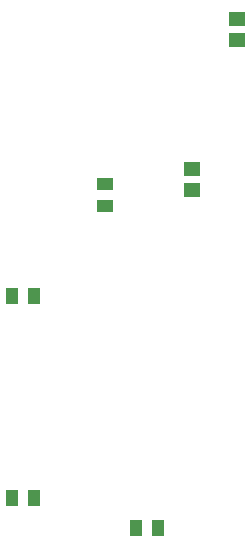
<source format=gbr>
G04 EAGLE Gerber RS-274X export*
G75*
%MOMM*%
%FSLAX34Y34*%
%LPD*%
%INSolderpaste Bottom*%
%IPPOS*%
%AMOC8*
5,1,8,0,0,1.08239X$1,22.5*%
G01*
G04 Define Apertures*
%ADD10R,1.465300X1.164600*%
%ADD11R,1.031200X1.420200*%
%ADD12R,1.420200X1.031200*%
D10*
X568325Y499246D03*
X568325Y516754D03*
X530225Y372246D03*
X530225Y389754D03*
D11*
X378155Y282575D03*
X396545Y282575D03*
X378155Y111125D03*
X396545Y111125D03*
X482930Y85725D03*
X501320Y85725D03*
D12*
X457200Y359105D03*
X457200Y377495D03*
M02*

</source>
